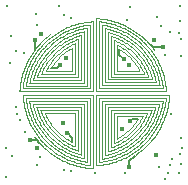
<source format=gbr>
G04 EAGLE Gerber X2 export*
%TF.Part,Single*%
%TF.FileFunction,Copper,L3,Inr,Mixed*%
%TF.FilePolarity,Positive*%
%TF.GenerationSoftware,Autodesk,EAGLE,9.0.1*%
%TF.CreationDate,2018-12-20T19:56:33Z*%
G75*
%MOMM*%
%FSLAX34Y34*%
%LPD*%
%AMOC8*
5,1,8,0,0,1.08239X$1,22.5*%
G01*
%ADD10C,0.125000*%
%ADD11C,0.450000*%
%ADD12C,0.127000*%
%ADD13C,0.300000*%


D10*
X-54516Y8996D02*
X-8594Y8996D01*
X-6896Y55128D02*
X-6094Y55258D01*
X-54377Y9660D02*
X-54516Y8996D01*
X-4366Y58003D02*
X-3594Y58090D01*
X-57379Y7128D02*
X-57479Y6496D01*
X-6094Y6496D01*
X-1094Y1496D02*
X-1094Y60795D01*
X-1094Y60795D01*
X-1839Y60744D01*
X-60235Y4599D02*
X-60301Y3996D01*
X-3594Y3996D02*
X-3594Y58090D01*
X-6094Y55258D02*
X-6094Y6496D01*
X-9428Y52098D02*
X-8594Y52280D01*
X-51203Y12195D02*
X-51392Y11496D01*
X-8594Y8996D02*
X-8594Y52280D01*
X-13594Y45771D02*
X-14500Y45450D01*
X-44197Y17277D02*
X-44525Y16496D01*
X-13594Y13996D02*
X-13594Y45771D01*
X-11962Y48884D02*
X-11094Y49128D01*
X-47825Y14734D02*
X-48075Y13996D01*
X-11094Y11496D02*
X-11094Y49129D01*
X-16094Y42161D02*
X-16094Y16496D01*
X-17041Y41742D02*
X-16094Y42161D01*
X-40256Y19825D02*
X-40685Y18996D01*
X-62964Y2072D02*
X-63002Y1496D01*
X-51392Y11496D02*
X-11094Y11496D01*
X-13594Y13996D02*
X-48075Y13996D01*
X-44525Y16496D02*
X-16094Y16496D01*
X-18594Y18996D02*
X-40685Y18996D01*
X-63002Y1496D02*
X-1094Y1496D01*
X-3594Y3996D02*
X-60301Y3996D01*
X-18594Y18996D02*
X-18594Y38231D01*
X-19586Y37684D01*
X-35901Y22379D02*
X-36470Y21496D01*
X-54376Y9660D02*
X-54067Y11052D01*
X-53724Y12436D01*
X-53348Y13811D01*
X-52938Y15177D01*
X-52494Y16532D01*
X-52017Y17876D01*
X-51508Y19208D01*
X-50966Y20527D01*
X-50391Y21832D01*
X-49785Y23122D01*
X-49148Y24398D01*
X-48479Y25657D01*
X-47780Y26900D01*
X-47050Y28125D01*
X-46291Y29332D01*
X-45502Y30520D01*
X-44684Y31688D01*
X-43838Y32836D01*
X-42964Y33962D01*
X-42062Y35067D01*
X-41134Y36149D01*
X-40179Y37209D01*
X-39199Y38244D01*
X-38194Y39255D01*
X-37164Y40242D01*
X-36110Y41202D01*
X-35033Y42137D01*
X-33933Y43045D01*
X-32812Y43925D01*
X-31669Y44778D01*
X-30506Y45602D01*
X-29322Y46398D01*
X-28120Y47164D01*
X-26899Y47901D01*
X-25660Y48608D01*
X-24405Y49284D01*
X-23133Y49929D01*
X-21846Y50542D01*
X-20544Y51124D01*
X-19228Y51673D01*
X-17900Y52191D01*
X-16558Y52675D01*
X-15206Y53127D01*
X-13843Y53545D01*
X-12469Y53929D01*
X-11087Y54280D01*
X-9697Y54597D01*
X-8299Y54879D01*
X-6895Y55127D01*
X-4366Y58002D02*
X-5816Y57819D01*
X-7261Y57600D01*
X-8701Y57347D01*
X-10134Y57060D01*
X-11560Y56737D01*
X-12977Y56381D01*
X-14386Y55990D01*
X-15785Y55566D01*
X-17173Y55108D01*
X-18549Y54616D01*
X-19914Y54092D01*
X-21265Y53535D01*
X-22603Y52945D01*
X-23926Y52324D01*
X-25233Y51670D01*
X-26525Y50986D01*
X-27799Y50270D01*
X-29056Y49524D01*
X-30295Y48748D01*
X-31514Y47942D01*
X-32714Y47107D01*
X-33893Y46243D01*
X-35051Y45351D01*
X-36187Y44431D01*
X-37301Y43485D01*
X-38391Y42511D01*
X-39458Y41512D01*
X-40500Y40487D01*
X-41518Y39438D01*
X-42510Y38364D01*
X-43475Y37266D01*
X-44414Y36146D01*
X-45325Y35003D01*
X-46209Y33839D01*
X-47065Y32654D01*
X-47891Y31448D01*
X-48688Y30223D01*
X-49456Y28979D01*
X-50193Y27717D01*
X-50900Y26437D01*
X-51575Y25141D01*
X-52219Y23829D01*
X-52832Y22502D01*
X-53412Y21160D01*
X-53959Y19805D01*
X-54474Y18437D01*
X-54956Y17057D01*
X-55404Y15665D01*
X-55818Y14264D01*
X-56199Y12852D01*
X-56545Y11432D01*
X-56858Y10004D01*
X-57135Y8569D01*
X-57378Y7128D01*
X-60234Y4599D02*
X-60049Y6130D01*
X-59826Y7657D01*
X-59565Y9178D01*
X-59268Y10692D01*
X-58934Y12199D01*
X-58563Y13696D01*
X-58156Y15185D01*
X-57712Y16662D01*
X-57232Y18129D01*
X-56717Y19583D01*
X-56166Y21025D01*
X-55580Y22452D01*
X-54960Y23865D01*
X-54305Y25262D01*
X-53616Y26643D01*
X-52893Y28006D01*
X-52138Y29351D01*
X-51350Y30678D01*
X-50529Y31985D01*
X-49677Y33271D01*
X-48794Y34536D01*
X-47880Y35780D01*
X-46936Y37000D01*
X-45962Y38197D01*
X-44960Y39370D01*
X-43929Y40518D01*
X-42870Y41641D01*
X-41784Y42737D01*
X-40672Y43806D01*
X-39534Y44848D01*
X-38371Y45862D01*
X-37183Y46847D01*
X-35972Y47803D01*
X-34737Y48729D01*
X-33481Y49624D01*
X-32203Y50488D01*
X-30904Y51321D01*
X-29585Y52122D01*
X-28247Y52891D01*
X-26890Y53626D01*
X-25516Y54328D01*
X-24126Y54996D01*
X-22719Y55630D01*
X-21297Y56230D01*
X-19861Y56795D01*
X-18412Y57324D01*
X-16950Y57818D01*
X-15476Y58276D01*
X-13992Y58697D01*
X-12498Y59083D01*
X-10995Y59431D01*
X-9484Y59743D01*
X-7965Y60018D01*
X-6441Y60255D01*
X-4911Y60456D01*
X-3377Y60618D01*
X-1839Y60744D01*
X-9427Y52097D02*
X-10742Y51791D01*
X-12049Y51453D01*
X-13347Y51084D01*
X-14636Y50684D01*
X-15915Y50252D01*
X-17183Y49789D01*
X-18439Y49296D01*
X-19684Y48772D01*
X-20915Y48218D01*
X-22132Y47635D01*
X-23335Y47022D01*
X-24522Y46380D01*
X-25694Y45710D01*
X-26849Y45011D01*
X-27986Y44285D01*
X-29106Y43531D01*
X-30207Y42750D01*
X-31289Y41943D01*
X-32351Y41109D01*
X-33392Y40250D01*
X-34412Y39367D01*
X-35411Y38458D01*
X-36387Y37526D01*
X-37340Y36570D01*
X-38270Y35591D01*
X-39175Y34591D01*
X-40057Y33568D01*
X-40913Y32524D01*
X-41743Y31460D01*
X-42548Y30376D01*
X-43325Y29273D01*
X-44076Y28151D01*
X-44800Y27012D01*
X-45495Y25855D01*
X-46163Y24682D01*
X-46801Y23492D01*
X-47411Y22288D01*
X-47991Y21069D01*
X-48541Y19837D01*
X-49062Y18591D01*
X-49552Y17333D01*
X-50011Y16064D01*
X-50439Y14784D01*
X-50837Y13494D01*
X-51202Y12195D01*
X-44197Y17276D02*
X-43705Y18414D01*
X-43186Y19540D01*
X-42639Y20652D01*
X-42066Y21751D01*
X-41465Y22835D01*
X-40839Y23904D01*
X-40186Y24958D01*
X-39508Y25995D01*
X-38804Y27016D01*
X-38076Y28018D01*
X-37323Y29003D01*
X-36547Y29969D01*
X-35747Y30916D01*
X-34924Y31843D01*
X-34079Y32749D01*
X-33211Y33635D01*
X-32323Y34498D01*
X-31413Y35340D01*
X-30483Y36160D01*
X-29534Y36956D01*
X-28565Y37729D01*
X-27577Y38478D01*
X-26572Y39203D01*
X-25549Y39902D01*
X-24509Y40577D01*
X-23453Y41226D01*
X-22381Y41848D01*
X-21295Y42445D01*
X-20194Y43014D01*
X-19079Y43557D01*
X-17952Y44072D01*
X-16813Y44559D01*
X-15661Y45018D01*
X-14499Y45449D01*
X-11962Y48883D02*
X-13196Y48517D01*
X-14422Y48121D01*
X-15637Y47696D01*
X-16842Y47241D01*
X-18036Y46758D01*
X-19217Y46245D01*
X-20386Y45704D01*
X-21541Y45134D01*
X-22682Y44537D01*
X-23809Y43913D01*
X-24920Y43261D01*
X-26014Y42583D01*
X-27092Y41878D01*
X-28153Y41147D01*
X-29195Y40391D01*
X-30219Y39609D01*
X-31223Y38804D01*
X-32208Y37974D01*
X-33173Y37120D01*
X-34116Y36243D01*
X-35038Y35344D01*
X-35938Y34422D01*
X-36815Y33479D01*
X-37669Y32515D01*
X-38499Y31531D01*
X-39305Y30527D01*
X-40087Y29503D01*
X-40844Y28461D01*
X-41575Y27401D01*
X-42280Y26323D01*
X-42959Y25229D01*
X-43612Y24118D01*
X-44237Y22992D01*
X-44834Y21852D01*
X-45404Y20697D01*
X-45946Y19528D01*
X-46459Y18347D01*
X-46943Y17153D01*
X-47398Y15949D01*
X-47824Y14733D01*
X-40255Y19824D02*
X-39710Y20851D01*
X-39140Y21864D01*
X-38546Y22863D01*
X-37929Y23847D01*
X-37287Y24816D01*
X-36622Y25770D01*
X-35935Y26707D01*
X-35225Y27627D01*
X-34493Y28530D01*
X-33739Y29415D01*
X-32965Y30281D01*
X-32169Y31128D01*
X-31354Y31956D01*
X-30518Y32764D01*
X-29664Y33552D01*
X-28790Y34318D01*
X-27898Y35064D01*
X-26989Y35787D01*
X-26062Y36489D01*
X-25119Y37168D01*
X-24160Y37824D01*
X-23185Y38456D01*
X-22195Y39065D01*
X-21190Y39650D01*
X-20172Y40210D01*
X-19141Y40746D01*
X-18096Y41256D01*
X-17040Y41741D01*
X-36180Y50771D02*
X-37456Y49815D01*
X-38708Y48829D01*
X-39936Y47812D01*
X-41139Y46766D01*
X-42317Y45691D01*
X-43467Y44588D01*
X-44591Y43457D01*
X-45687Y42300D01*
X-46754Y41116D01*
X-47792Y39906D01*
X-48801Y38672D01*
X-49779Y37413D01*
X-50727Y36131D01*
X-51643Y34826D01*
X-52527Y33500D01*
X-53378Y32152D01*
X-54197Y30784D01*
X-54982Y29397D01*
X-55733Y27991D01*
X-56450Y26567D01*
X-57132Y25126D01*
X-57779Y23669D01*
X-58390Y22197D01*
X-58965Y20710D01*
X-59504Y19210D01*
X-60007Y17697D01*
X-60472Y16172D01*
X-60901Y14637D01*
X-61291Y13091D01*
X-61645Y11537D01*
X-61960Y9974D01*
X-62237Y8405D01*
X-62476Y6828D01*
X-62677Y5247D01*
X-62839Y3661D01*
X-62963Y2072D01*
X-35901Y22379D02*
X-35310Y23278D01*
X-34697Y24163D01*
X-34065Y25034D01*
X-33411Y25889D01*
X-32738Y26728D01*
X-32045Y27552D01*
X-31333Y28359D01*
X-30603Y29149D01*
X-29853Y29921D01*
X-29086Y30676D01*
X-28301Y31412D01*
X-27499Y32130D01*
X-26680Y32828D01*
X-25845Y33507D01*
X-24994Y34166D01*
X-24128Y34805D01*
X-23247Y35423D01*
X-22352Y36020D01*
X-21443Y36596D01*
X-20521Y37151D01*
X-19585Y37683D01*
D11*
X-23200Y29600D03*
X-49600Y44800D03*
X-28500Y24000D03*
D10*
X9396Y9094D02*
X9396Y55016D01*
X55528Y7396D02*
X55658Y6594D01*
X10060Y54877D02*
X9396Y55016D01*
X58403Y4866D02*
X58490Y4094D01*
X7528Y57879D02*
X6896Y57979D01*
X6896Y6594D01*
X1896Y1594D02*
X61195Y1594D01*
X61195Y1594D01*
X61144Y2339D01*
X4999Y60735D02*
X4396Y60801D01*
X4396Y4094D02*
X58490Y4094D01*
X55658Y6594D02*
X6896Y6594D01*
X52498Y9928D02*
X52680Y9094D01*
X12595Y51703D02*
X11896Y51892D01*
X9396Y9094D02*
X52680Y9094D01*
X46171Y14094D02*
X45850Y15000D01*
X17677Y44697D02*
X16896Y45025D01*
X14396Y14094D02*
X46171Y14094D01*
X49284Y12462D02*
X49528Y11594D01*
X15134Y48325D02*
X14396Y48575D01*
X11896Y11594D02*
X49529Y11594D01*
X42561Y16594D02*
X16896Y16594D01*
X42142Y17541D02*
X42561Y16594D01*
X20225Y40756D02*
X19396Y41185D01*
X2472Y63464D02*
X1896Y63502D01*
X11896Y51892D02*
X11896Y11594D01*
X14396Y14094D02*
X14396Y48575D01*
X16896Y45025D02*
X16896Y16594D01*
X19396Y19094D02*
X19396Y41185D01*
X1896Y63502D02*
X1896Y1594D01*
X4396Y4094D02*
X4396Y60801D01*
X19396Y19094D02*
X38631Y19094D01*
X38084Y20086D01*
X22779Y36401D02*
X21896Y36970D01*
X10060Y54876D02*
X11452Y54567D01*
X12836Y54224D01*
X14211Y53848D01*
X15577Y53438D01*
X16932Y52994D01*
X18276Y52517D01*
X19608Y52008D01*
X20927Y51466D01*
X22232Y50891D01*
X23522Y50285D01*
X24798Y49648D01*
X26057Y48979D01*
X27300Y48280D01*
X28525Y47550D01*
X29732Y46791D01*
X30920Y46002D01*
X32088Y45184D01*
X33236Y44338D01*
X34362Y43464D01*
X35467Y42562D01*
X36549Y41634D01*
X37609Y40679D01*
X38644Y39699D01*
X39655Y38694D01*
X40642Y37664D01*
X41602Y36610D01*
X42537Y35533D01*
X43445Y34433D01*
X44325Y33312D01*
X45178Y32169D01*
X46002Y31006D01*
X46798Y29822D01*
X47564Y28620D01*
X48301Y27399D01*
X49008Y26160D01*
X49684Y24905D01*
X50329Y23633D01*
X50942Y22346D01*
X51524Y21044D01*
X52073Y19728D01*
X52591Y18400D01*
X53075Y17058D01*
X53527Y15706D01*
X53945Y14343D01*
X54329Y12969D01*
X54680Y11587D01*
X54997Y10197D01*
X55279Y8799D01*
X55527Y7395D01*
X58402Y4866D02*
X58219Y6316D01*
X58000Y7761D01*
X57747Y9201D01*
X57460Y10634D01*
X57137Y12060D01*
X56781Y13477D01*
X56390Y14886D01*
X55966Y16285D01*
X55508Y17673D01*
X55016Y19049D01*
X54492Y20414D01*
X53935Y21765D01*
X53345Y23103D01*
X52724Y24426D01*
X52070Y25733D01*
X51386Y27025D01*
X50670Y28299D01*
X49924Y29556D01*
X49148Y30795D01*
X48342Y32014D01*
X47507Y33214D01*
X46643Y34393D01*
X45751Y35551D01*
X44831Y36687D01*
X43885Y37801D01*
X42911Y38891D01*
X41912Y39958D01*
X40887Y41000D01*
X39838Y42018D01*
X38764Y43010D01*
X37666Y43975D01*
X36546Y44914D01*
X35403Y45825D01*
X34239Y46709D01*
X33054Y47565D01*
X31848Y48391D01*
X30623Y49188D01*
X29379Y49956D01*
X28117Y50693D01*
X26837Y51400D01*
X25541Y52075D01*
X24229Y52719D01*
X22902Y53332D01*
X21560Y53912D01*
X20205Y54459D01*
X18837Y54974D01*
X17457Y55456D01*
X16065Y55904D01*
X14664Y56318D01*
X13252Y56699D01*
X11832Y57045D01*
X10404Y57358D01*
X8969Y57635D01*
X7528Y57878D01*
X4999Y60734D02*
X6530Y60549D01*
X8057Y60326D01*
X9578Y60065D01*
X11092Y59768D01*
X12599Y59434D01*
X14096Y59063D01*
X15585Y58656D01*
X17062Y58212D01*
X18529Y57732D01*
X19983Y57217D01*
X21425Y56666D01*
X22852Y56080D01*
X24265Y55460D01*
X25662Y54805D01*
X27043Y54116D01*
X28406Y53393D01*
X29751Y52638D01*
X31078Y51850D01*
X32385Y51029D01*
X33671Y50177D01*
X34936Y49294D01*
X36180Y48380D01*
X37400Y47436D01*
X38597Y46462D01*
X39770Y45460D01*
X40918Y44429D01*
X42041Y43370D01*
X43137Y42284D01*
X44206Y41172D01*
X45248Y40034D01*
X46262Y38871D01*
X47247Y37683D01*
X48203Y36472D01*
X49129Y35237D01*
X50024Y33981D01*
X50888Y32703D01*
X51721Y31404D01*
X52522Y30085D01*
X53291Y28747D01*
X54026Y27390D01*
X54728Y26016D01*
X55396Y24626D01*
X56030Y23219D01*
X56630Y21797D01*
X57195Y20361D01*
X57724Y18912D01*
X58218Y17450D01*
X58676Y15976D01*
X59097Y14492D01*
X59483Y12998D01*
X59831Y11495D01*
X60143Y9984D01*
X60418Y8465D01*
X60655Y6941D01*
X60856Y5411D01*
X61018Y3877D01*
X61144Y2339D01*
X52497Y9927D02*
X52191Y11242D01*
X51853Y12549D01*
X51484Y13847D01*
X51084Y15136D01*
X50652Y16415D01*
X50189Y17683D01*
X49696Y18939D01*
X49172Y20184D01*
X48618Y21415D01*
X48035Y22632D01*
X47422Y23835D01*
X46780Y25022D01*
X46110Y26194D01*
X45411Y27349D01*
X44685Y28486D01*
X43931Y29606D01*
X43150Y30707D01*
X42343Y31789D01*
X41509Y32851D01*
X40650Y33892D01*
X39767Y34912D01*
X38858Y35911D01*
X37926Y36887D01*
X36970Y37840D01*
X35991Y38770D01*
X34991Y39675D01*
X33968Y40557D01*
X32924Y41413D01*
X31860Y42243D01*
X30776Y43048D01*
X29673Y43825D01*
X28551Y44576D01*
X27412Y45300D01*
X26255Y45995D01*
X25082Y46663D01*
X23892Y47301D01*
X22688Y47911D01*
X21469Y48491D01*
X20237Y49041D01*
X18991Y49562D01*
X17733Y50052D01*
X16464Y50511D01*
X15184Y50939D01*
X13894Y51337D01*
X12595Y51702D01*
X17676Y44697D02*
X18814Y44205D01*
X19940Y43686D01*
X21052Y43139D01*
X22151Y42566D01*
X23235Y41965D01*
X24304Y41339D01*
X25358Y40686D01*
X26395Y40008D01*
X27416Y39304D01*
X28418Y38576D01*
X29403Y37823D01*
X30369Y37047D01*
X31316Y36247D01*
X32243Y35424D01*
X33149Y34579D01*
X34035Y33711D01*
X34898Y32823D01*
X35740Y31913D01*
X36560Y30983D01*
X37356Y30034D01*
X38129Y29065D01*
X38878Y28077D01*
X39603Y27072D01*
X40302Y26049D01*
X40977Y25009D01*
X41626Y23953D01*
X42248Y22881D01*
X42845Y21795D01*
X43414Y20694D01*
X43957Y19579D01*
X44472Y18452D01*
X44959Y17313D01*
X45418Y16161D01*
X45849Y14999D01*
X49283Y12462D02*
X48917Y13696D01*
X48521Y14922D01*
X48096Y16137D01*
X47641Y17342D01*
X47158Y18536D01*
X46645Y19717D01*
X46104Y20886D01*
X45534Y22041D01*
X44937Y23182D01*
X44313Y24309D01*
X43661Y25420D01*
X42983Y26514D01*
X42278Y27592D01*
X41547Y28653D01*
X40791Y29695D01*
X40009Y30719D01*
X39204Y31723D01*
X38374Y32708D01*
X37520Y33673D01*
X36643Y34616D01*
X35744Y35538D01*
X34822Y36438D01*
X33879Y37315D01*
X32915Y38169D01*
X31931Y38999D01*
X30927Y39805D01*
X29903Y40587D01*
X28861Y41344D01*
X27801Y42075D01*
X26723Y42780D01*
X25629Y43459D01*
X24518Y44112D01*
X23392Y44737D01*
X22252Y45334D01*
X21097Y45904D01*
X19928Y46446D01*
X18747Y46959D01*
X17553Y47443D01*
X16349Y47898D01*
X15133Y48324D01*
X20224Y40755D02*
X21251Y40210D01*
X22264Y39640D01*
X23263Y39046D01*
X24247Y38429D01*
X25216Y37787D01*
X26170Y37122D01*
X27107Y36435D01*
X28027Y35725D01*
X28930Y34993D01*
X29815Y34239D01*
X30681Y33465D01*
X31528Y32669D01*
X32356Y31854D01*
X33164Y31018D01*
X33952Y30164D01*
X34718Y29290D01*
X35464Y28398D01*
X36187Y27489D01*
X36889Y26562D01*
X37568Y25619D01*
X38224Y24660D01*
X38856Y23685D01*
X39465Y22695D01*
X40050Y21690D01*
X40610Y20672D01*
X41146Y19641D01*
X41656Y18596D01*
X42141Y17540D01*
X51171Y36680D02*
X50215Y37956D01*
X49229Y39208D01*
X48212Y40436D01*
X47166Y41639D01*
X46091Y42817D01*
X44988Y43967D01*
X43857Y45091D01*
X42700Y46187D01*
X41516Y47254D01*
X40306Y48292D01*
X39072Y49301D01*
X37813Y50279D01*
X36531Y51227D01*
X35226Y52143D01*
X33900Y53027D01*
X32552Y53878D01*
X31184Y54697D01*
X29797Y55482D01*
X28391Y56233D01*
X26967Y56950D01*
X25526Y57632D01*
X24069Y58279D01*
X22597Y58890D01*
X21110Y59465D01*
X19610Y60004D01*
X18097Y60507D01*
X16572Y60972D01*
X15037Y61401D01*
X13491Y61791D01*
X11937Y62145D01*
X10374Y62460D01*
X8805Y62737D01*
X7228Y62976D01*
X5647Y63177D01*
X4061Y63339D01*
X2472Y63463D01*
X22779Y36401D02*
X23678Y35810D01*
X24563Y35197D01*
X25434Y34565D01*
X26289Y33911D01*
X27128Y33238D01*
X27952Y32545D01*
X28759Y31833D01*
X29549Y31103D01*
X30321Y30353D01*
X31076Y29586D01*
X31812Y28801D01*
X32530Y27999D01*
X33228Y27180D01*
X33907Y26345D01*
X34566Y25494D01*
X35205Y24628D01*
X35823Y23747D01*
X36420Y22852D01*
X36996Y21943D01*
X37551Y21021D01*
X38083Y20085D01*
D11*
X30100Y23900D03*
X58400Y38900D03*
X25600Y28700D03*
D10*
X9394Y-9196D02*
X55316Y-9196D01*
X7696Y-55328D02*
X6894Y-55458D01*
X55177Y-9860D02*
X55316Y-9196D01*
X5166Y-58203D02*
X4394Y-58290D01*
X58179Y-7328D02*
X58279Y-6696D01*
X6894Y-6696D01*
X1894Y-1696D02*
X1894Y-60995D01*
X1894Y-60995D01*
X2639Y-60944D01*
X61035Y-4799D02*
X61101Y-4196D01*
X4394Y-4196D02*
X4394Y-58290D01*
X6894Y-55458D02*
X6894Y-6696D01*
X10228Y-52298D02*
X9394Y-52480D01*
X52003Y-12395D02*
X52192Y-11696D01*
X9394Y-9196D02*
X9394Y-52480D01*
X14394Y-45971D02*
X15300Y-45650D01*
X44997Y-17477D02*
X45325Y-16696D01*
X14394Y-14196D02*
X14394Y-45971D01*
X12762Y-49084D02*
X11894Y-49328D01*
X48625Y-14934D02*
X48875Y-14196D01*
X11894Y-11696D02*
X11894Y-49329D01*
X16894Y-42361D02*
X16894Y-16696D01*
X17841Y-41942D02*
X16894Y-42361D01*
X41056Y-20025D02*
X41485Y-19196D01*
X63764Y-2272D02*
X63802Y-1696D01*
X52192Y-11696D02*
X11894Y-11696D01*
X14394Y-14196D02*
X48875Y-14196D01*
X45325Y-16696D02*
X16894Y-16696D01*
X19394Y-19196D02*
X41485Y-19196D01*
X63802Y-1696D02*
X1894Y-1696D01*
X4394Y-4196D02*
X61101Y-4196D01*
X19394Y-19196D02*
X19394Y-38431D01*
X20386Y-37884D01*
X36701Y-22579D02*
X37270Y-21696D01*
X55176Y-9860D02*
X54867Y-11252D01*
X54524Y-12636D01*
X54148Y-14011D01*
X53738Y-15377D01*
X53294Y-16732D01*
X52817Y-18076D01*
X52308Y-19408D01*
X51766Y-20727D01*
X51191Y-22032D01*
X50585Y-23322D01*
X49948Y-24598D01*
X49279Y-25857D01*
X48580Y-27100D01*
X47850Y-28325D01*
X47091Y-29532D01*
X46302Y-30720D01*
X45484Y-31888D01*
X44638Y-33036D01*
X43764Y-34162D01*
X42862Y-35267D01*
X41934Y-36349D01*
X40979Y-37409D01*
X39999Y-38444D01*
X38994Y-39455D01*
X37964Y-40442D01*
X36910Y-41402D01*
X35833Y-42337D01*
X34733Y-43245D01*
X33612Y-44125D01*
X32469Y-44978D01*
X31306Y-45802D01*
X30122Y-46598D01*
X28920Y-47364D01*
X27699Y-48101D01*
X26460Y-48808D01*
X25205Y-49484D01*
X23933Y-50129D01*
X22646Y-50742D01*
X21344Y-51324D01*
X20028Y-51873D01*
X18700Y-52391D01*
X17358Y-52875D01*
X16006Y-53327D01*
X14643Y-53745D01*
X13269Y-54129D01*
X11887Y-54480D01*
X10497Y-54797D01*
X9099Y-55079D01*
X7695Y-55327D01*
X5166Y-58202D02*
X6616Y-58019D01*
X8061Y-57800D01*
X9501Y-57547D01*
X10934Y-57260D01*
X12360Y-56937D01*
X13777Y-56581D01*
X15186Y-56190D01*
X16585Y-55766D01*
X17973Y-55308D01*
X19349Y-54816D01*
X20714Y-54292D01*
X22065Y-53735D01*
X23403Y-53145D01*
X24726Y-52524D01*
X26033Y-51870D01*
X27325Y-51186D01*
X28599Y-50470D01*
X29856Y-49724D01*
X31095Y-48948D01*
X32314Y-48142D01*
X33514Y-47307D01*
X34693Y-46443D01*
X35851Y-45551D01*
X36987Y-44631D01*
X38101Y-43685D01*
X39191Y-42711D01*
X40258Y-41712D01*
X41300Y-40687D01*
X42318Y-39638D01*
X43310Y-38564D01*
X44275Y-37466D01*
X45214Y-36346D01*
X46125Y-35203D01*
X47009Y-34039D01*
X47865Y-32854D01*
X48691Y-31648D01*
X49488Y-30423D01*
X50256Y-29179D01*
X50993Y-27917D01*
X51700Y-26637D01*
X52375Y-25341D01*
X53019Y-24029D01*
X53632Y-22702D01*
X54212Y-21360D01*
X54759Y-20005D01*
X55274Y-18637D01*
X55756Y-17257D01*
X56204Y-15865D01*
X56618Y-14464D01*
X56999Y-13052D01*
X57345Y-11632D01*
X57658Y-10204D01*
X57935Y-8769D01*
X58178Y-7328D01*
X61034Y-4799D02*
X60849Y-6330D01*
X60626Y-7857D01*
X60365Y-9378D01*
X60068Y-10892D01*
X59734Y-12399D01*
X59363Y-13896D01*
X58956Y-15385D01*
X58512Y-16862D01*
X58032Y-18329D01*
X57517Y-19783D01*
X56966Y-21225D01*
X56380Y-22652D01*
X55760Y-24065D01*
X55105Y-25462D01*
X54416Y-26843D01*
X53693Y-28206D01*
X52938Y-29551D01*
X52150Y-30878D01*
X51329Y-32185D01*
X50477Y-33471D01*
X49594Y-34736D01*
X48680Y-35980D01*
X47736Y-37200D01*
X46762Y-38397D01*
X45760Y-39570D01*
X44729Y-40718D01*
X43670Y-41841D01*
X42584Y-42937D01*
X41472Y-44006D01*
X40334Y-45048D01*
X39171Y-46062D01*
X37983Y-47047D01*
X36772Y-48003D01*
X35537Y-48929D01*
X34281Y-49824D01*
X33003Y-50688D01*
X31704Y-51521D01*
X30385Y-52322D01*
X29047Y-53091D01*
X27690Y-53826D01*
X26316Y-54528D01*
X24926Y-55196D01*
X23519Y-55830D01*
X22097Y-56430D01*
X20661Y-56995D01*
X19212Y-57524D01*
X17750Y-58018D01*
X16276Y-58476D01*
X14792Y-58897D01*
X13298Y-59283D01*
X11795Y-59631D01*
X10284Y-59943D01*
X8765Y-60218D01*
X7241Y-60455D01*
X5711Y-60656D01*
X4177Y-60818D01*
X2639Y-60944D01*
X10227Y-52297D02*
X11542Y-51991D01*
X12849Y-51653D01*
X14147Y-51284D01*
X15436Y-50884D01*
X16715Y-50452D01*
X17983Y-49989D01*
X19239Y-49496D01*
X20484Y-48972D01*
X21715Y-48418D01*
X22932Y-47835D01*
X24135Y-47222D01*
X25322Y-46580D01*
X26494Y-45910D01*
X27649Y-45211D01*
X28786Y-44485D01*
X29906Y-43731D01*
X31007Y-42950D01*
X32089Y-42143D01*
X33151Y-41309D01*
X34192Y-40450D01*
X35212Y-39567D01*
X36211Y-38658D01*
X37187Y-37726D01*
X38140Y-36770D01*
X39070Y-35791D01*
X39975Y-34791D01*
X40857Y-33768D01*
X41713Y-32724D01*
X42543Y-31660D01*
X43348Y-30576D01*
X44125Y-29473D01*
X44876Y-28351D01*
X45600Y-27212D01*
X46295Y-26055D01*
X46963Y-24882D01*
X47601Y-23692D01*
X48211Y-22488D01*
X48791Y-21269D01*
X49341Y-20037D01*
X49862Y-18791D01*
X50352Y-17533D01*
X50811Y-16264D01*
X51239Y-14984D01*
X51637Y-13694D01*
X52002Y-12395D01*
X44997Y-17476D02*
X44505Y-18614D01*
X43986Y-19740D01*
X43439Y-20852D01*
X42866Y-21951D01*
X42265Y-23035D01*
X41639Y-24104D01*
X40986Y-25158D01*
X40308Y-26195D01*
X39604Y-27216D01*
X38876Y-28218D01*
X38123Y-29203D01*
X37347Y-30169D01*
X36547Y-31116D01*
X35724Y-32043D01*
X34879Y-32949D01*
X34011Y-33835D01*
X33123Y-34698D01*
X32213Y-35540D01*
X31283Y-36360D01*
X30334Y-37156D01*
X29365Y-37929D01*
X28377Y-38678D01*
X27372Y-39403D01*
X26349Y-40102D01*
X25309Y-40777D01*
X24253Y-41426D01*
X23181Y-42048D01*
X22095Y-42645D01*
X20994Y-43214D01*
X19879Y-43757D01*
X18752Y-44272D01*
X17613Y-44759D01*
X16461Y-45218D01*
X15299Y-45649D01*
X12762Y-49083D02*
X13996Y-48717D01*
X15222Y-48321D01*
X16437Y-47896D01*
X17642Y-47441D01*
X18836Y-46958D01*
X20017Y-46445D01*
X21186Y-45904D01*
X22341Y-45334D01*
X23482Y-44737D01*
X24609Y-44113D01*
X25720Y-43461D01*
X26814Y-42783D01*
X27892Y-42078D01*
X28953Y-41347D01*
X29995Y-40591D01*
X31019Y-39809D01*
X32023Y-39004D01*
X33008Y-38174D01*
X33973Y-37320D01*
X34916Y-36443D01*
X35838Y-35544D01*
X36738Y-34622D01*
X37615Y-33679D01*
X38469Y-32715D01*
X39299Y-31731D01*
X40105Y-30727D01*
X40887Y-29703D01*
X41644Y-28661D01*
X42375Y-27601D01*
X43080Y-26523D01*
X43759Y-25429D01*
X44412Y-24318D01*
X45037Y-23192D01*
X45634Y-22052D01*
X46204Y-20897D01*
X46746Y-19728D01*
X47259Y-18547D01*
X47743Y-17353D01*
X48198Y-16149D01*
X48624Y-14933D01*
X41055Y-20024D02*
X40510Y-21051D01*
X39940Y-22064D01*
X39346Y-23063D01*
X38729Y-24047D01*
X38087Y-25016D01*
X37422Y-25970D01*
X36735Y-26907D01*
X36025Y-27827D01*
X35293Y-28730D01*
X34539Y-29615D01*
X33765Y-30481D01*
X32969Y-31328D01*
X32154Y-32156D01*
X31318Y-32964D01*
X30464Y-33752D01*
X29590Y-34518D01*
X28698Y-35264D01*
X27789Y-35987D01*
X26862Y-36689D01*
X25919Y-37368D01*
X24960Y-38024D01*
X23985Y-38656D01*
X22995Y-39265D01*
X21990Y-39850D01*
X20972Y-40410D01*
X19941Y-40946D01*
X18896Y-41456D01*
X17840Y-41941D01*
X36980Y-50971D02*
X38256Y-50015D01*
X39508Y-49029D01*
X40736Y-48012D01*
X41939Y-46966D01*
X43117Y-45891D01*
X44267Y-44788D01*
X45391Y-43657D01*
X46487Y-42500D01*
X47554Y-41316D01*
X48592Y-40106D01*
X49601Y-38872D01*
X50579Y-37613D01*
X51527Y-36331D01*
X52443Y-35026D01*
X53327Y-33700D01*
X54178Y-32352D01*
X54997Y-30984D01*
X55782Y-29597D01*
X56533Y-28191D01*
X57250Y-26767D01*
X57932Y-25326D01*
X58579Y-23869D01*
X59190Y-22397D01*
X59765Y-20910D01*
X60304Y-19410D01*
X60807Y-17897D01*
X61272Y-16372D01*
X61701Y-14837D01*
X62091Y-13291D01*
X62445Y-11737D01*
X62760Y-10174D01*
X63037Y-8605D01*
X63276Y-7028D01*
X63477Y-5447D01*
X63639Y-3861D01*
X63763Y-2272D01*
X36701Y-22579D02*
X36110Y-23478D01*
X35497Y-24363D01*
X34865Y-25234D01*
X34211Y-26089D01*
X33538Y-26928D01*
X32845Y-27752D01*
X32133Y-28559D01*
X31403Y-29349D01*
X30653Y-30121D01*
X29886Y-30876D01*
X29101Y-31612D01*
X28299Y-32330D01*
X27480Y-33028D01*
X26645Y-33707D01*
X25794Y-34366D01*
X24928Y-35005D01*
X24047Y-35623D01*
X23152Y-36220D01*
X22243Y-36796D01*
X21321Y-37351D01*
X20385Y-37883D01*
D11*
X23900Y-30300D03*
X30100Y-62200D03*
X30400Y-23700D03*
D10*
X-8496Y-9194D02*
X-8496Y-55116D01*
X-54628Y-7496D02*
X-54758Y-6694D01*
X-9160Y-54977D02*
X-8496Y-55116D01*
X-57503Y-4966D02*
X-57590Y-4194D01*
X-6628Y-57979D02*
X-5996Y-58079D01*
X-5996Y-6694D01*
X-996Y-1694D02*
X-60295Y-1694D01*
X-60295Y-1694D01*
X-60244Y-2439D01*
X-4099Y-60835D02*
X-3496Y-60901D01*
X-3496Y-4194D02*
X-57590Y-4194D01*
X-54758Y-6694D02*
X-5996Y-6694D01*
X-51598Y-10028D02*
X-51780Y-9194D01*
X-11695Y-51803D02*
X-10996Y-51992D01*
X-8496Y-9194D02*
X-51780Y-9194D01*
X-45271Y-14194D02*
X-44950Y-15100D01*
X-16777Y-44797D02*
X-15996Y-45125D01*
X-13496Y-14194D02*
X-45271Y-14194D01*
X-48384Y-12562D02*
X-48628Y-11694D01*
X-14234Y-48425D02*
X-13496Y-48675D01*
X-10996Y-11694D02*
X-48629Y-11694D01*
X-41661Y-16694D02*
X-15996Y-16694D01*
X-41242Y-17641D02*
X-41661Y-16694D01*
X-19325Y-40856D02*
X-18496Y-41285D01*
X-1572Y-63564D02*
X-996Y-63602D01*
X-10996Y-51992D02*
X-10996Y-11694D01*
X-13496Y-14194D02*
X-13496Y-48675D01*
X-15996Y-45125D02*
X-15996Y-16694D01*
X-996Y-1694D02*
X-996Y-63602D01*
X-3496Y-60901D02*
X-3496Y-4194D01*
X-9160Y-54976D02*
X-10552Y-54667D01*
X-11936Y-54324D01*
X-13311Y-53948D01*
X-14677Y-53538D01*
X-16032Y-53094D01*
X-17376Y-52617D01*
X-18708Y-52108D01*
X-20027Y-51566D01*
X-21332Y-50991D01*
X-22622Y-50385D01*
X-23898Y-49748D01*
X-25157Y-49079D01*
X-26400Y-48380D01*
X-27625Y-47650D01*
X-28832Y-46891D01*
X-30020Y-46102D01*
X-31188Y-45284D01*
X-32336Y-44438D01*
X-33462Y-43564D01*
X-34567Y-42662D01*
X-35649Y-41734D01*
X-36709Y-40779D01*
X-37744Y-39799D01*
X-38755Y-38794D01*
X-39742Y-37764D01*
X-40702Y-36710D01*
X-41637Y-35633D01*
X-42545Y-34533D01*
X-43425Y-33412D01*
X-44278Y-32269D01*
X-45102Y-31106D01*
X-45898Y-29922D01*
X-46664Y-28720D01*
X-47401Y-27499D01*
X-48108Y-26260D01*
X-48784Y-25005D01*
X-49429Y-23733D01*
X-50042Y-22446D01*
X-50624Y-21144D01*
X-51173Y-19828D01*
X-51691Y-18500D01*
X-52175Y-17158D01*
X-52627Y-15806D01*
X-53045Y-14443D01*
X-53429Y-13069D01*
X-53780Y-11687D01*
X-54097Y-10297D01*
X-54379Y-8899D01*
X-54627Y-7495D01*
X-57502Y-4966D02*
X-57319Y-6416D01*
X-57100Y-7861D01*
X-56847Y-9301D01*
X-56560Y-10734D01*
X-56237Y-12160D01*
X-55881Y-13577D01*
X-55490Y-14986D01*
X-55066Y-16385D01*
X-54608Y-17773D01*
X-54116Y-19149D01*
X-53592Y-20514D01*
X-53035Y-21865D01*
X-52445Y-23203D01*
X-51824Y-24526D01*
X-51170Y-25833D01*
X-50486Y-27125D01*
X-49770Y-28399D01*
X-49024Y-29656D01*
X-48248Y-30895D01*
X-47442Y-32114D01*
X-46607Y-33314D01*
X-45743Y-34493D01*
X-44851Y-35651D01*
X-43931Y-36787D01*
X-42985Y-37901D01*
X-42011Y-38991D01*
X-41012Y-40058D01*
X-39987Y-41100D01*
X-38938Y-42118D01*
X-37864Y-43110D01*
X-36766Y-44075D01*
X-35646Y-45014D01*
X-34503Y-45925D01*
X-33339Y-46809D01*
X-32154Y-47665D01*
X-30948Y-48491D01*
X-29723Y-49288D01*
X-28479Y-50056D01*
X-27217Y-50793D01*
X-25937Y-51500D01*
X-24641Y-52175D01*
X-23329Y-52819D01*
X-22002Y-53432D01*
X-20660Y-54012D01*
X-19305Y-54559D01*
X-17937Y-55074D01*
X-16557Y-55556D01*
X-15165Y-56004D01*
X-13764Y-56418D01*
X-12352Y-56799D01*
X-10932Y-57145D01*
X-9504Y-57458D01*
X-8069Y-57735D01*
X-6628Y-57978D01*
X-4099Y-60834D02*
X-5630Y-60649D01*
X-7157Y-60426D01*
X-8678Y-60165D01*
X-10192Y-59868D01*
X-11699Y-59534D01*
X-13196Y-59163D01*
X-14685Y-58756D01*
X-16162Y-58312D01*
X-17629Y-57832D01*
X-19083Y-57317D01*
X-20525Y-56766D01*
X-21952Y-56180D01*
X-23365Y-55560D01*
X-24762Y-54905D01*
X-26143Y-54216D01*
X-27506Y-53493D01*
X-28851Y-52738D01*
X-30178Y-51950D01*
X-31485Y-51129D01*
X-32771Y-50277D01*
X-34036Y-49394D01*
X-35280Y-48480D01*
X-36500Y-47536D01*
X-37697Y-46562D01*
X-38870Y-45560D01*
X-40018Y-44529D01*
X-41141Y-43470D01*
X-42237Y-42384D01*
X-43306Y-41272D01*
X-44348Y-40134D01*
X-45362Y-38971D01*
X-46347Y-37783D01*
X-47303Y-36572D01*
X-48229Y-35337D01*
X-49124Y-34081D01*
X-49988Y-32803D01*
X-50821Y-31504D01*
X-51622Y-30185D01*
X-52391Y-28847D01*
X-53126Y-27490D01*
X-53828Y-26116D01*
X-54496Y-24726D01*
X-55130Y-23319D01*
X-55730Y-21897D01*
X-56295Y-20461D01*
X-56824Y-19012D01*
X-57318Y-17550D01*
X-57776Y-16076D01*
X-58197Y-14592D01*
X-58583Y-13098D01*
X-58931Y-11595D01*
X-59243Y-10084D01*
X-59518Y-8565D01*
X-59755Y-7041D01*
X-59956Y-5511D01*
X-60118Y-3977D01*
X-60244Y-2439D01*
X-51597Y-10027D02*
X-51291Y-11342D01*
X-50953Y-12649D01*
X-50584Y-13947D01*
X-50184Y-15236D01*
X-49752Y-16515D01*
X-49289Y-17783D01*
X-48796Y-19039D01*
X-48272Y-20284D01*
X-47718Y-21515D01*
X-47135Y-22732D01*
X-46522Y-23935D01*
X-45880Y-25122D01*
X-45210Y-26294D01*
X-44511Y-27449D01*
X-43785Y-28586D01*
X-43031Y-29706D01*
X-42250Y-30807D01*
X-41443Y-31889D01*
X-40609Y-32951D01*
X-39750Y-33992D01*
X-38867Y-35012D01*
X-37958Y-36011D01*
X-37026Y-36987D01*
X-36070Y-37940D01*
X-35091Y-38870D01*
X-34091Y-39775D01*
X-33068Y-40657D01*
X-32024Y-41513D01*
X-30960Y-42343D01*
X-29876Y-43148D01*
X-28773Y-43925D01*
X-27651Y-44676D01*
X-26512Y-45400D01*
X-25355Y-46095D01*
X-24182Y-46763D01*
X-22992Y-47401D01*
X-21788Y-48011D01*
X-20569Y-48591D01*
X-19337Y-49141D01*
X-18091Y-49662D01*
X-16833Y-50152D01*
X-15564Y-50611D01*
X-14284Y-51039D01*
X-12994Y-51437D01*
X-11695Y-51802D01*
X-16776Y-44797D02*
X-17914Y-44305D01*
X-19040Y-43786D01*
X-20152Y-43239D01*
X-21251Y-42666D01*
X-22335Y-42065D01*
X-23404Y-41439D01*
X-24458Y-40786D01*
X-25495Y-40108D01*
X-26516Y-39404D01*
X-27518Y-38676D01*
X-28503Y-37923D01*
X-29469Y-37147D01*
X-30416Y-36347D01*
X-31343Y-35524D01*
X-32249Y-34679D01*
X-33135Y-33811D01*
X-33998Y-32923D01*
X-34840Y-32013D01*
X-35660Y-31083D01*
X-36456Y-30134D01*
X-37229Y-29165D01*
X-37978Y-28177D01*
X-38703Y-27172D01*
X-39402Y-26149D01*
X-40077Y-25109D01*
X-40726Y-24053D01*
X-41348Y-22981D01*
X-41945Y-21895D01*
X-42514Y-20794D01*
X-43057Y-19679D01*
X-43572Y-18552D01*
X-44059Y-17413D01*
X-44518Y-16261D01*
X-44949Y-15099D01*
X-48383Y-12562D02*
X-48017Y-13796D01*
X-47621Y-15022D01*
X-47196Y-16237D01*
X-46741Y-17442D01*
X-46258Y-18636D01*
X-45745Y-19817D01*
X-45204Y-20986D01*
X-44634Y-22141D01*
X-44037Y-23282D01*
X-43413Y-24409D01*
X-42761Y-25520D01*
X-42083Y-26614D01*
X-41378Y-27692D01*
X-40647Y-28753D01*
X-39891Y-29795D01*
X-39109Y-30819D01*
X-38304Y-31823D01*
X-37474Y-32808D01*
X-36620Y-33773D01*
X-35743Y-34716D01*
X-34844Y-35638D01*
X-33922Y-36538D01*
X-32979Y-37415D01*
X-32015Y-38269D01*
X-31031Y-39099D01*
X-30027Y-39905D01*
X-29003Y-40687D01*
X-27961Y-41444D01*
X-26901Y-42175D01*
X-25823Y-42880D01*
X-24729Y-43559D01*
X-23618Y-44212D01*
X-22492Y-44837D01*
X-21352Y-45434D01*
X-20197Y-46004D01*
X-19028Y-46546D01*
X-17847Y-47059D01*
X-16653Y-47543D01*
X-15449Y-47998D01*
X-14233Y-48424D01*
X-19324Y-40855D02*
X-20351Y-40310D01*
X-21364Y-39740D01*
X-22363Y-39146D01*
X-23347Y-38529D01*
X-24316Y-37887D01*
X-25270Y-37222D01*
X-26207Y-36535D01*
X-27127Y-35825D01*
X-28030Y-35093D01*
X-28915Y-34339D01*
X-29781Y-33565D01*
X-30628Y-32769D01*
X-31456Y-31954D01*
X-32264Y-31118D01*
X-33052Y-30264D01*
X-33818Y-29390D01*
X-34564Y-28498D01*
X-35287Y-27589D01*
X-35989Y-26662D01*
X-36668Y-25719D01*
X-37324Y-24760D01*
X-37956Y-23785D01*
X-38565Y-22795D01*
X-39150Y-21790D01*
X-39710Y-20772D01*
X-40246Y-19741D01*
X-40756Y-18696D01*
X-41241Y-17640D01*
X-50271Y-36780D02*
X-49315Y-38056D01*
X-48329Y-39308D01*
X-47312Y-40536D01*
X-46266Y-41739D01*
X-45191Y-42917D01*
X-44088Y-44067D01*
X-42957Y-45191D01*
X-41800Y-46287D01*
X-40616Y-47354D01*
X-39406Y-48392D01*
X-38172Y-49401D01*
X-36913Y-50379D01*
X-35631Y-51327D01*
X-34326Y-52243D01*
X-33000Y-53127D01*
X-31652Y-53978D01*
X-30284Y-54797D01*
X-28897Y-55582D01*
X-27491Y-56333D01*
X-26067Y-57050D01*
X-24626Y-57732D01*
X-23169Y-58379D01*
X-21697Y-58990D01*
X-20210Y-59565D01*
X-18710Y-60104D01*
X-17197Y-60607D01*
X-15672Y-61072D01*
X-14137Y-61501D01*
X-12591Y-61891D01*
X-11037Y-62245D01*
X-9474Y-62560D01*
X-7905Y-62837D01*
X-6328Y-63076D01*
X-4747Y-63277D01*
X-3161Y-63439D01*
X-1572Y-63563D01*
D11*
X-26500Y-25200D03*
X-53900Y-39800D03*
X-23000Y-33300D03*
D10*
X28800Y-56299D02*
X29503Y-55973D01*
X30198Y-55629D01*
X30885Y-55269D01*
X31563Y-54892D01*
X32231Y-54499D01*
X32890Y-54090D01*
X33539Y-53666D01*
X34177Y-53225D01*
X34805Y-52770D01*
X35421Y-52299D01*
X36026Y-51813D01*
X36619Y-51314D01*
X37200Y-50799D01*
X-60100Y1500D02*
X-61700Y1500D01*
D11*
X-45000Y50400D03*
X51100Y44900D03*
X52800Y-52400D03*
X-48500Y-46500D03*
D12*
X49800Y39000D02*
X58400Y39000D01*
X49800Y39000D02*
X48000Y40800D01*
X-48400Y-39800D02*
X-54000Y-39800D01*
X-48400Y-39800D02*
X-46200Y-42000D01*
X29900Y-57600D02*
X29900Y-62200D01*
X29900Y-57600D02*
X34600Y-52900D01*
X30300Y-23700D02*
X32200Y-21800D01*
X37000Y-21800D01*
X21700Y36900D02*
X21800Y37000D01*
X21700Y32700D02*
X25700Y28700D01*
X21700Y32700D02*
X21700Y36900D01*
X-28700Y24100D02*
X-31300Y21500D01*
X-36400Y21500D01*
X-49600Y37800D02*
X-49600Y44900D01*
X-49600Y37800D02*
X-50100Y37300D01*
X-23100Y-33200D02*
X-18600Y-37700D01*
X-18600Y-41100D01*
D13*
X-65800Y-11300D03*
X-48200Y-61100D03*
X-59400Y34300D03*
X-48100Y57700D03*
X1200Y-67402D03*
X55500Y-62200D03*
X-25375Y-65407D03*
X-69600Y-53600D03*
X74900Y-46700D03*
X72700Y-51500D03*
X66500Y-55500D03*
X63100Y-67200D03*
X56800Y56500D03*
X53600Y64300D03*
X64100Y52100D03*
X74200Y45700D03*
X-70400Y48700D03*
X-48600Y66800D03*
X-73800Y73400D03*
X72900Y73900D03*
X72900Y60800D03*
X72400Y51300D03*
X74200Y31500D03*
X73600Y-59700D03*
X72100Y-67400D03*
X60000Y-72500D03*
X64400Y-60900D03*
X-74100Y-71000D03*
X73800Y-37900D03*
X-29600Y73800D03*
X30700Y72800D03*
X-24850Y66328D03*
X-65900Y35600D03*
X-58400Y-32600D03*
X-18900Y-65932D03*
X-19400Y64000D03*
X-74125Y-46325D03*
X-70967Y25567D03*
X-62579Y-22960D03*
X-45700Y-53900D03*
X-65200Y-17400D03*
X60127Y32327D03*
X65435Y-17838D03*
X26187Y-67487D03*
X27800Y61800D03*
M02*

</source>
